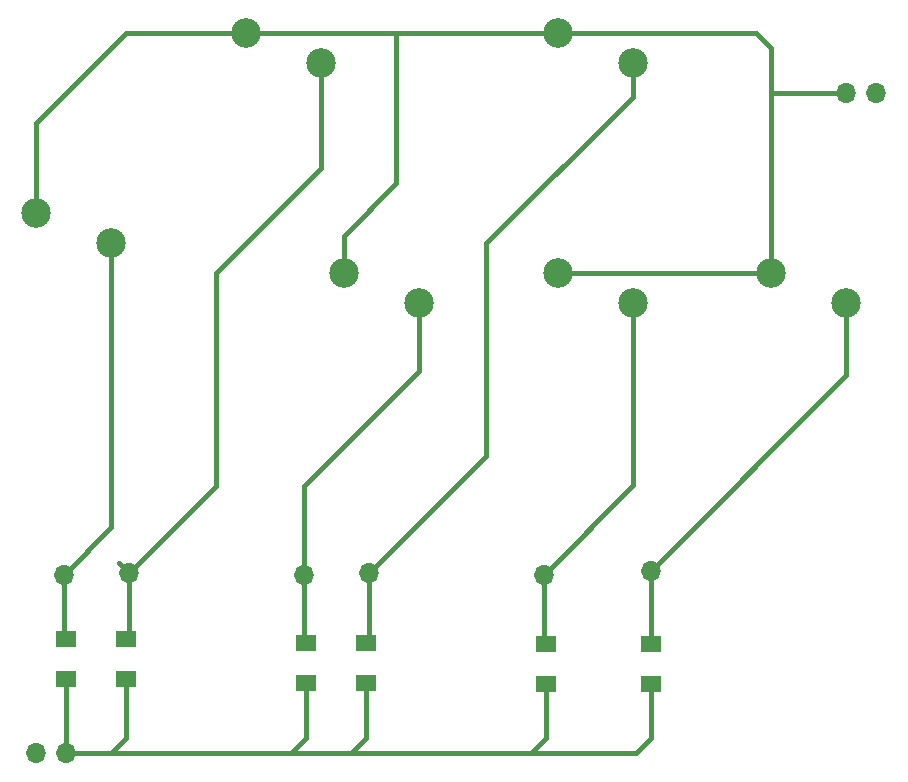
<source format=gbr>
%TF.GenerationSoftware,KiCad,Pcbnew,7.0.9*%
%TF.CreationDate,2024-02-09T12:53:57+01:00*%
%TF.ProjectId,SwitchBoard,53776974-6368-4426-9f61-72642e6b6963,rev?*%
%TF.SameCoordinates,Original*%
%TF.FileFunction,Copper,L1,Top*%
%TF.FilePolarity,Positive*%
%FSLAX46Y46*%
G04 Gerber Fmt 4.6, Leading zero omitted, Abs format (unit mm)*
G04 Created by KiCad (PCBNEW 7.0.9) date 2024-02-09 12:53:57*
%MOMM*%
%LPD*%
G01*
G04 APERTURE LIST*
%TA.AperFunction,ComponentPad*%
%ADD10C,2.500000*%
%TD*%
%TA.AperFunction,ComponentPad*%
%ADD11O,1.700000X1.700000*%
%TD*%
%TA.AperFunction,SMDPad,CuDef*%
%ADD12R,1.700000X1.400000*%
%TD*%
%TA.AperFunction,Conductor*%
%ADD13C,0.450000*%
%TD*%
G04 APERTURE END LIST*
D10*
%TO.P,SW4,2,2*%
%TO.N,Net-(J7-Pin_1)*%
X198770000Y-101600000D03*
%TO.P,SW4,1,1*%
%TO.N,Net-(J4-Pin_1)*%
X205120000Y-104140000D03*
%TD*%
D11*
%TO.P,J7,1,Pin_1*%
%TO.N,Net-(J7-Pin_1)*%
X241300000Y-86360000D03*
%TO.P,J7,2*%
%TO.N,N/C*%
X243840000Y-86360000D03*
%TD*%
D10*
%TO.P,SW3,2,2*%
%TO.N,Net-(J7-Pin_1)*%
X216860000Y-81280000D03*
%TO.P,SW3,1,1*%
%TO.N,Net-(J3-Pin_1)*%
X223210000Y-83820000D03*
%TD*%
%TO.P,SW2,1,1*%
%TO.N,Net-(J2-Pin_1)*%
X223210000Y-104140000D03*
%TO.P,SW2,2,2*%
%TO.N,Net-(J7-Pin_1)*%
X216860000Y-101600000D03*
%TD*%
%TO.P,SW6,2,2*%
%TO.N,Net-(J7-Pin_1)*%
X190500000Y-81280000D03*
%TO.P,SW6,1,1*%
%TO.N,Net-(J6-Pin_1)*%
X196850000Y-83820000D03*
%TD*%
%TO.P,SW5,2,2*%
%TO.N,Net-(J7-Pin_1)*%
X172720000Y-96520000D03*
%TO.P,SW5,1,1*%
%TO.N,Net-(J5-Pin_1)*%
X179070000Y-99060000D03*
%TD*%
D12*
%TO.P,R5,1*%
%TO.N,Net-(J5-Pin_1)*%
X175260000Y-132540000D03*
%TO.P,R5,2*%
%TO.N,Net-(J8-Pin_1)*%
X175260000Y-135940000D03*
%TD*%
D11*
%TO.P,J6,1,Pin_1*%
%TO.N,Net-(J6-Pin_1)*%
X180580000Y-127000000D03*
%TD*%
D12*
%TO.P,R2,1*%
%TO.N,Net-(J2-Pin_1)*%
X215900000Y-132970000D03*
%TO.P,R2,2*%
%TO.N,Net-(J8-Pin_1)*%
X215900000Y-136370000D03*
%TD*%
D10*
%TO.P,SW1,1,1*%
%TO.N,Net-(J1-Pin_1)*%
X241300000Y-104140000D03*
%TO.P,SW1,2,2*%
%TO.N,Net-(J7-Pin_1)*%
X234950000Y-101600000D03*
%TD*%
D11*
%TO.P,J4,1,Pin_1*%
%TO.N,Net-(J4-Pin_1)*%
X195340000Y-127100000D03*
%TD*%
D12*
%TO.P,R6,1*%
%TO.N,Net-(J6-Pin_1)*%
X180340000Y-132540000D03*
%TO.P,R6,2*%
%TO.N,Net-(J8-Pin_1)*%
X180340000Y-135940000D03*
%TD*%
D11*
%TO.P,J1,1,Pin_1*%
%TO.N,Net-(J1-Pin_1)*%
X224740000Y-126810000D03*
%TD*%
%TO.P,J2,1,Pin_1*%
%TO.N,Net-(J2-Pin_1)*%
X215660000Y-127100000D03*
%TD*%
%TO.P,J3,1,Pin_1*%
%TO.N,Net-(J3-Pin_1)*%
X200900000Y-127000000D03*
%TD*%
D12*
%TO.P,R4,1*%
%TO.N,Net-(J4-Pin_1)*%
X195580000Y-132920000D03*
%TO.P,R4,2*%
%TO.N,Net-(J8-Pin_1)*%
X195580000Y-136320000D03*
%TD*%
D11*
%TO.P,J8,1,Pin_1*%
%TO.N,Net-(J8-Pin_1)*%
X175260000Y-142240000D03*
%TO.P,J8,2*%
%TO.N,N/C*%
X172720000Y-142240000D03*
%TD*%
%TO.P,J5,1,Pin_1*%
%TO.N,Net-(J5-Pin_1)*%
X175020000Y-127100000D03*
%TD*%
D12*
%TO.P,R3,1*%
%TO.N,Net-(J3-Pin_1)*%
X200660000Y-132920000D03*
%TO.P,R3,2*%
%TO.N,Net-(J8-Pin_1)*%
X200660000Y-136320000D03*
%TD*%
%TO.P,R1,1*%
%TO.N,Net-(J1-Pin_1)*%
X224790000Y-132970000D03*
%TO.P,R1,2*%
%TO.N,Net-(J8-Pin_1)*%
X224790000Y-136370000D03*
%TD*%
D13*
%TO.N,Net-(J7-Pin_1)*%
X234950000Y-101600000D02*
X234950000Y-86360000D01*
X234950000Y-86360000D02*
X234950000Y-82550000D01*
X241300000Y-86360000D02*
X234950000Y-86360000D01*
X198770000Y-98410000D02*
X203200000Y-93980000D01*
X198770000Y-101600000D02*
X198770000Y-98410000D01*
X203200000Y-93980000D02*
X203200000Y-81280000D01*
X234950000Y-82550000D02*
X233680000Y-81280000D01*
X233680000Y-81280000D02*
X216860000Y-81280000D01*
X216860000Y-101600000D02*
X234950000Y-101600000D01*
X190500000Y-81280000D02*
X203200000Y-81280000D01*
X203200000Y-81280000D02*
X216860000Y-81280000D01*
X172720000Y-96520000D02*
X172720000Y-88900000D01*
X172720000Y-88900000D02*
X180340000Y-81280000D01*
X180340000Y-81280000D02*
X190500000Y-81280000D01*
%TO.N,Net-(J6-Pin_1)*%
X196850000Y-83820000D02*
X196850000Y-92710000D01*
X196850000Y-92710000D02*
X187960000Y-101600000D01*
X187960000Y-101600000D02*
X187960000Y-119620000D01*
X187960000Y-119620000D02*
X180580000Y-127000000D01*
%TO.N,Net-(J5-Pin_1)*%
X179070000Y-99060000D02*
X179070000Y-123050000D01*
X179070000Y-123050000D02*
X175020000Y-127100000D01*
%TO.N,Net-(J3-Pin_1)*%
X223210000Y-86670000D02*
X210820000Y-99060000D01*
X210820000Y-99060000D02*
X210820000Y-117080000D01*
X223210000Y-83820000D02*
X223210000Y-86670000D01*
X210820000Y-117080000D02*
X200900000Y-127000000D01*
%TO.N,Net-(J4-Pin_1)*%
X205120000Y-104140000D02*
X205120000Y-109840000D01*
X195340000Y-119620000D02*
X195340000Y-127100000D01*
X205120000Y-109840000D02*
X195340000Y-119620000D01*
%TO.N,Net-(J2-Pin_1)*%
X223210000Y-104140000D02*
X223210000Y-119550000D01*
X223210000Y-119550000D02*
X215660000Y-127100000D01*
X215660000Y-127100000D02*
X215660000Y-132730000D01*
%TO.N,Net-(J1-Pin_1)*%
X241300000Y-104140000D02*
X241300000Y-110250000D01*
X241300000Y-110250000D02*
X224740000Y-126810000D01*
X224740000Y-126810000D02*
X224740000Y-132920000D01*
X224740000Y-132920000D02*
X224790000Y-132970000D01*
%TO.N,Net-(J2-Pin_1)*%
X215800000Y-127100000D02*
X215660000Y-127100000D01*
X215660000Y-132730000D02*
X215900000Y-132970000D01*
%TO.N,Net-(J3-Pin_1)*%
X200900000Y-127000000D02*
X200900000Y-132680000D01*
X200900000Y-132680000D02*
X200660000Y-132920000D01*
%TO.N,Net-(J4-Pin_1)*%
X195340000Y-127100000D02*
X195340000Y-132680000D01*
X195340000Y-132680000D02*
X195580000Y-132920000D01*
%TO.N,Net-(J5-Pin_1)*%
X175020000Y-127100000D02*
X175020000Y-132300000D01*
X175020000Y-132300000D02*
X175260000Y-132540000D01*
%TO.N,Net-(J6-Pin_1)*%
X180580000Y-127000000D02*
X180580000Y-132300000D01*
X179720000Y-126140000D02*
X180580000Y-127000000D01*
X180580000Y-132300000D02*
X180340000Y-132540000D01*
%TO.N,Net-(J8-Pin_1)*%
X223520000Y-142240000D02*
X214630000Y-142240000D01*
X200660000Y-140970000D02*
X199390000Y-142240000D01*
X200660000Y-136320000D02*
X200660000Y-140970000D01*
X194310000Y-142240000D02*
X179070000Y-142240000D01*
X215900000Y-140970000D02*
X214630000Y-142240000D01*
X224790000Y-136370000D02*
X224790000Y-140970000D01*
X195580000Y-140970000D02*
X194310000Y-142240000D01*
X179070000Y-142240000D02*
X175260000Y-142240000D01*
X180340000Y-135940000D02*
X180340000Y-140970000D01*
X224790000Y-140970000D02*
X223520000Y-142240000D01*
X199390000Y-142240000D02*
X194310000Y-142240000D01*
X180340000Y-140970000D02*
X179070000Y-142240000D01*
X175260000Y-135940000D02*
X175260000Y-142240000D01*
X214630000Y-142240000D02*
X199390000Y-142240000D01*
X195580000Y-136320000D02*
X195580000Y-140970000D01*
X215900000Y-136370000D02*
X215900000Y-140970000D01*
%TD*%
M02*

</source>
